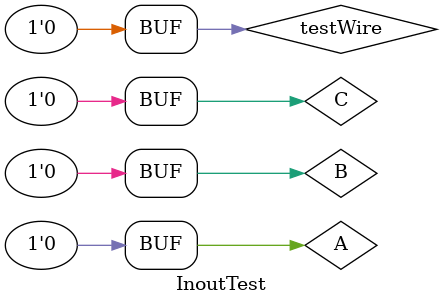
<source format=v>
`timescale 1ns / 1ps
/*
assign a wire to multiple registers
in the inital block, first, assign only 1 reg to a value and make the others high impdance
then, try to assign 2 registers values and see what happen to the wire --> the wire becomes an x (dont care)
*/

module InoutTest();

wire testWire;
reg A, B, C;

assign testWire = A;
assign testWire = B;
assign testWire = C;

initial
begin
	$monitor("wire =%b	A=%b	B=%b	C=%b", testWire, A, B, C);

	A =1'bz;
	B =1'bz;
	C =1'bz;
	
	#10
	A=1;
	
	#10
	A=1'bz;
	B=0;
	
	#10
	B=1'bz;
	C=1;
	
	#10
	
	$display ("\n Conflicts Time \n");
	A=1;
	B=0;
	
	#10
	
	A=0;
end

endmodule

</source>
